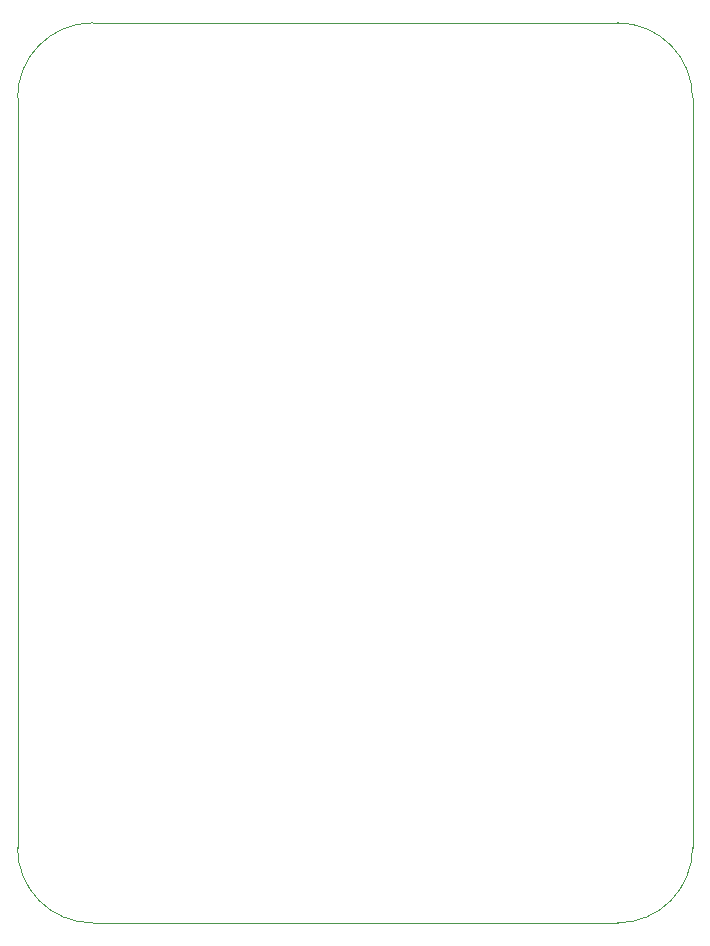
<source format=gbr>
%TF.GenerationSoftware,KiCad,Pcbnew,7.0.5*%
%TF.CreationDate,2023-09-16T15:28:57-07:00*%
%TF.ProjectId,PCF8574DIOI2C,50434638-3537-4344-9449-4f4932432e6b,rev?*%
%TF.SameCoordinates,Original*%
%TF.FileFunction,Profile,NP*%
%FSLAX46Y46*%
G04 Gerber Fmt 4.6, Leading zero omitted, Abs format (unit mm)*
G04 Created by KiCad (PCBNEW 7.0.5) date 2023-09-16 15:28:57*
%MOMM*%
%LPD*%
G01*
G04 APERTURE LIST*
%TA.AperFunction,Profile*%
%ADD10C,0.100000*%
%TD*%
G04 APERTURE END LIST*
D10*
X114300000Y-44450000D02*
G75*
G03*
X107950000Y-50800000I0J-6350000D01*
G01*
X107950000Y-114300000D02*
X107950000Y-50800000D01*
X107950000Y-114300000D02*
G75*
G03*
X114300000Y-120650000I6350000J0D01*
G01*
X158750000Y-120650000D02*
G75*
G03*
X165100000Y-114300000I0J6350000D01*
G01*
X165100000Y-50800000D02*
X165100000Y-114300000D01*
X165100000Y-50800000D02*
G75*
G03*
X158750000Y-44450000I-6350000J0D01*
G01*
X114300000Y-44450000D02*
X158750000Y-44450000D01*
X158750000Y-120650000D02*
X114300000Y-120650000D01*
M02*

</source>
